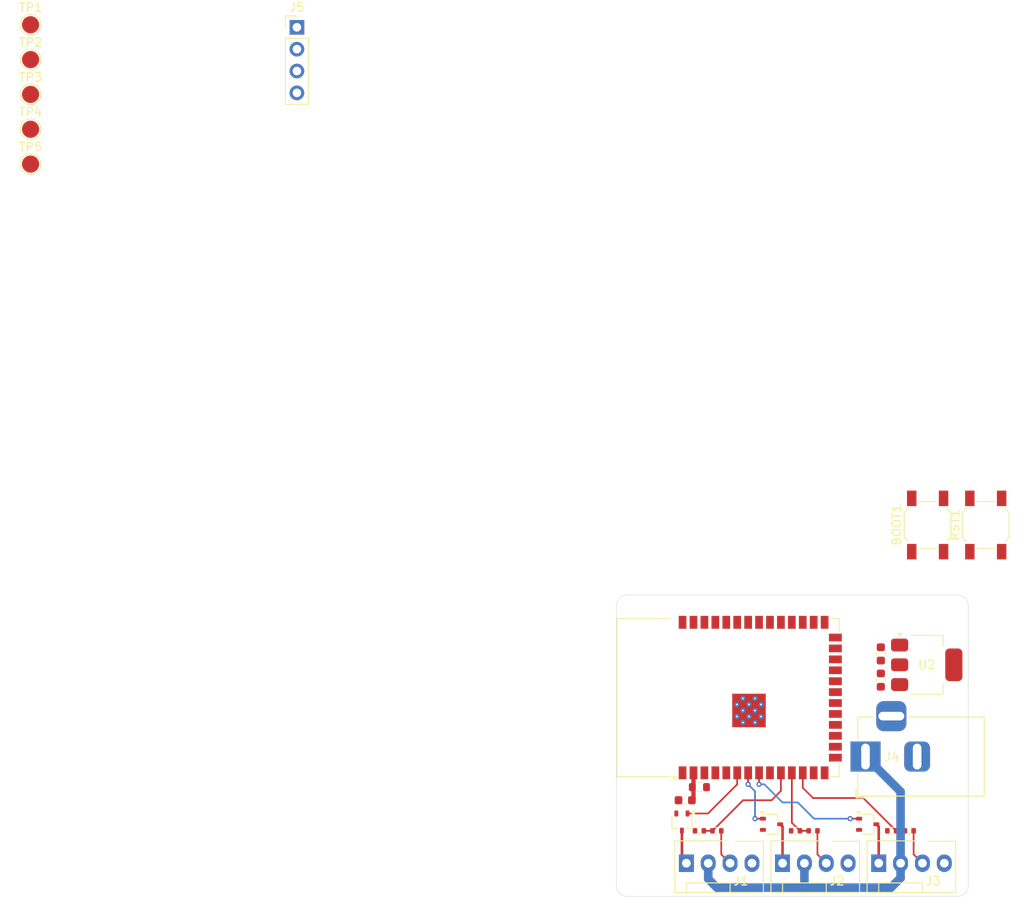
<source format=kicad_pcb>
(kicad_pcb (version 20240108) (generator "pcbnew") (generator_version "8.0")
  (layers (0 "F.Cu" signal) (31 "B.Cu" signal) (34 "B.Paste" user) (35 "F.Paste" user) (36 "B.SilkS" user "B.Silkscreen") (37 "F.SilkS" user "F.Silkscreen") (38 "B.Mask" user) (39 "F.Mask" user) (44 "Edge.Cuts" user))
  (net 0 "")
  (net 1 "fan1_PWM")
  (net 2 "GND")
  (net 3 "fan1_tach")
  (net 4 "fan2_PWM")
  (net 5 "fan2_tach")
  (net 6 "fan3_tach")
  (net 7 "fan3_PWM")
  (net 14 "Net-(U1-IO18)")
  (net 17 "Net-(U1-IO17)")
  (net 19 "Net-(U1-EN)")
  (net 20 "TX")
  (net 24 "Net-(U1-IO0)")
  (net 33 "fan3_tach_scaled")
  (net 34 "RX")
  (net 35 "Net-(U1-IO1)")
  (net 37 "+3V3")
  (net 38 "+12V")
  (net 39 "Net-(J1-Pin_1)")
  (net 40 "Net-(J2-Pin_1)")
  (net 41 "Net-(J3-Pin_1)")
  (net 42 "fan1_CTRL")
  (net 43 "fan2_CTRL")
  (net 44 "fan3_CTRL")
  (net 45 "Net-(U1-IO2)")
  (net 46 "Net-(U1-IO3)")
  (net 47 "Net-(U1-IO4)")
  (net 48 "Net-(U1-IO5)")
  (footprint "Package_TO_SOT_SMD:SOT-323_SC-70" (layer "F.Cu") (at 105.41 77.47)
    (property "Reference" "Q3" (hide yes))
    (property "Value" "Q_NMOS_GSD")
    (fp_line (start -0.68 -1.16) (end 0.73 -1.16) (stroke (width 0.12)) (layer "F.SilkS"))
    (fp_line (start -0.68 1.16) (end 0.73 1.16) (stroke (width 0.12)) (layer "F.SilkS"))
    (fp_line (start 0.73 -1.16) (end 0.73 -0.5) (stroke (width 0.12)) (layer "F.SilkS"))
    (fp_line (start 0.73 0.5) (end 0.73 1.16) (stroke (width 0.12)) (layer "F.SilkS"))
    (fp_poly (pts (xy -1.05 -1.14) (xy -1.29 -1.47) (xy -0.81 -1.47) (xy -1.05 -1.14)) (stroke (width 0.12)) (fill solid) (layer "F.SilkS"))
    (pad "1" smd roundrect (at -1 -0.65 270) (size 0.45 0.7) (layers "F.Cu" "F.Paste" "F.Mask") (net 44 "fan3_CTRL"))
    (pad "2" smd roundrect (at -1 0.65 270) (size 0.45 0.7) (layers "F.Cu" "F.Paste" "F.Mask") (net 2 "GND"))
    (pad "3" smd roundrect (at 1 0 270) (size 0.45 0.7) (layers "F.Cu" "F.Paste" "F.Mask") (net 41 "Net-(J3-Pin_1)"))
  )
  (footprint "TestPoint:TestPoint_Pad_D2.0mm" (layer "F.Cu") (at 8.128 -7.394)
    (property "Reference" "TP3" (at 0 -1.998 0) (layer "F.SilkS"))
    (property "Value" "TestPoint")
    (fp_circle (center 0 0) (end 0 1.2) (stroke (width 0.12)) (fill none) (layer "F.SilkS"))
    (pad "1" smd circle (at 0 0) (size 2 2) (layers "F.Cu" "F.Mask") (net 46 "Net-(U1-IO3)"))
  )
  (footprint "Resistor_SMD:R_0402_1005Metric" (layer "F.Cu") (at 99.06 78.232)
    (property "Reference" "R2" (hide yes))
    (property "Value" "10k")
    (fp_line (start -0.153641 -0.38) (end 0.153641 -0.38) (stroke (width 0.12)) (layer "F.SilkS"))
    (fp_line (start -0.153641 0.38) (end 0.153641 0.38) (stroke (width 0.12)) (layer "F.SilkS"))
    (pad "1" smd roundrect (at -0.51 0) (size 0.54 0.64) (layers "F.Cu" "F.Paste" "F.Mask") (net 14 "Net-(U1-IO18)"))
    (pad "2" smd roundrect (at 0.51 0) (size 0.54 0.64) (layers "F.Cu" "F.Paste" "F.Mask") (net 5 "fan2_tach"))
  )
  (footprint "Package_TO_SOT_SMD:SOT-323_SC-70" (layer "F.Cu") (at 83.82 77.216 -90)
    (property "Reference" "Q1" (hide yes))
    (property "Value" "Q_NMOS_GSD")
    (fp_line (start -0.68 1.16) (end 0.73 1.16) (stroke (width 0.12)) (layer "F.SilkS"))
    (fp_line (start 0.73 0.5) (end 0.73 1.16) (stroke (width 0.12)) (layer "F.SilkS"))
    (fp_line (start -0.68 -1.16) (end 0.73 -1.16) (stroke (width 0.12)) (layer "F.SilkS"))
    (fp_line (start 0.73 -1.16) (end 0.73 -0.5) (stroke (width 0.12)) (layer "F.SilkS"))
    (fp_poly (pts (xy -1.05 -1.14) (xy -1.29 -1.47) (xy -0.81 -1.47) (xy -1.05 -1.14)) (stroke (width 0.12)) (fill solid) (layer "F.SilkS"))
    (pad "1" smd roundrect (at -1 -0.65 180) (size 0.45 0.7) (layers "F.Cu" "F.Paste" "F.Mask") (net 42 "fan1_CTRL"))
    (pad "2" smd roundrect (at -1 0.65 180) (size 0.45 0.7) (layers "F.Cu" "F.Paste" "F.Mask") (net 2 "GND"))
    (pad "3" smd roundrect (at 1 0 180) (size 0.45 0.7) (layers "F.Cu" "F.Paste" "F.Mask") (net 39 "Net-(J1-Pin_1)"))
  )
  (footprint "Resistor_SMD:R_0402_1005Metric" (layer "F.Cu") (at 85.852 78.232)
    (property "Reference" "R5" (hide yes))
    (property "Value" "3k3")
    (fp_line (start -0.153641 -0.38) (end 0.153641 -0.38) (stroke (width 0.12)) (layer "F.SilkS"))
    (fp_line (start -0.153641 0.38) (end 0.153641 0.38) (stroke (width 0.12)) (layer "F.SilkS"))
    (pad "1" smd roundrect (at -0.51 0) (size 0.54 0.64) (layers "F.Cu" "F.Paste" "F.Mask") (net 2 "GND"))
    (pad "2" smd roundrect (at 0.51 0) (size 0.54 0.64) (layers "F.Cu" "F.Paste" "F.Mask") (net 17 "Net-(U1-IO17)"))
  )
  (footprint "Button_Switch_SMD:SW_SPST_SKQG_WithStem" (layer "F.Cu") (at 119.126 42.672 90)
    (property "Reference" "RST1" (at 0 -3.6 90) (layer "F.SilkS"))
    (property "Value" "SW_Push")
    (fp_line (start 1.45 -2.72) (end 1.94 -2.23) (stroke (width 0.12)) (layer "F.SilkS"))
    (fp_line (start -1.45 -2.72) (end 1.45 -2.72) (stroke (width 0.12)) (layer "F.SilkS"))
    (fp_line (start -1.45 -2.72) (end -1.94 -2.23) (stroke (width 0.12)) (layer "F.SilkS"))
    (fp_line (start 2.72 1.04) (end 2.72 -1.04) (stroke (width 0.12)) (layer "F.SilkS"))
    (fp_line (start -2.72 1.04) (end -2.72 -1.04) (stroke (width 0.12)) (layer "F.SilkS"))
    (fp_line (start 1.45 2.72) (end 1.94 2.23) (stroke (width 0.12)) (layer "F.SilkS"))
    (fp_line (start -1.45 2.72) (end -1.94 2.23) (stroke (width 0.12)) (layer "F.SilkS"))
    (fp_line (start -1.45 2.72) (end 1.45 2.72) (stroke (width 0.12)) (layer "F.SilkS"))
    (pad "1" smd rect (at -3.1 -1.85 90) (size 1.8 1.1) (layers "F.Cu" "F.Paste" "F.Mask") (net 2 "GND"))
    (pad "1" smd rect (at 3.1 -1.85 90) (size 1.8 1.1) (layers "F.Cu" "F.Paste" "F.Mask") (net 2 "GND"))
    (pad "2" smd rect (at -3.1 1.85 90) (size 1.8 1.1) (layers "F.Cu" "F.Paste" "F.Mask") (net 19 "Net-(U1-EN)"))
    (pad "2" smd rect (at 3.1 1.85 90) (size 1.8 1.1) (layers "F.Cu" "F.Paste" "F.Mask") (net 19 "Net-(U1-EN)"))
  )
  (footprint "TestPoint:TestPoint_Pad_D2.0mm" (layer "F.Cu") (at 8.128 0.706)
    (property "Reference" "TP5" (at 0 -1.998 0) (layer "F.SilkS"))
    (property "Value" "TestPoint")
    (fp_circle (center 0 0) (end 0 1.2) (stroke (width 0.12)) (fill none) (layer "F.SilkS"))
    (pad "1" smd circle (at 0 0) (size 2 2) (layers "F.Cu" "F.Mask") (net 48 "Net-(U1-IO5)"))
  )
  (footprint "Capacitor_SMD:C_0603_1608Metric" (layer "F.Cu") (at 106.934 57.658 90)
    (property "Reference" "C2" (hide yes))
    (property "Value" "10u")
    (fp_line (start -0.14058 -0.51) (end 0.14058 -0.51) (stroke (width 0.12)) (layer "F.SilkS"))
    (fp_line (start -0.14058 0.51) (end 0.14058 0.51) (stroke (width 0.12)) (layer "F.SilkS"))
    (pad "1" smd roundrect (at -0.775 0 90) (size 0.9 0.95) (layers "F.Cu" "F.Paste" "F.Mask") (net 37 "+3V3"))
    (pad "2" smd roundrect (at 0.775 0 90) (size 0.9 0.95) (layers "F.Cu" "F.Paste" "F.Mask") (net 2 "GND"))
  )
  (footprint "Button_Switch_SMD:SW_SPST_SKQG_WithStem" (layer "F.Cu") (at 112.376 42.672 90)
    (property "Reference" "BOOT1" (at 0 -3.6 90) (layer "F.SilkS"))
    (property "Value" "SW_Push")
    (fp_line (start 1.45 -2.72) (end 1.94 -2.23) (stroke (width 0.12)) (layer "F.SilkS"))
    (fp_line (start -1.45 -2.72) (end 1.45 -2.72) (stroke (width 0.12)) (layer "F.SilkS"))
    (fp_line (start -1.45 -2.72) (end -1.94 -2.23) (stroke (width 0.12)) (layer "F.SilkS"))
    (fp_line (start 2.72 1.04) (end 2.72 -1.04) (stroke (width 0.12)) (layer "F.SilkS"))
    (fp_line (start -2.72 1.04) (end -2.72 -1.04) (stroke (width 0.12)) (layer "F.SilkS"))
    (fp_line (start 1.45 2.72) (end 1.94 2.23) (stroke (width 0.12)) (layer "F.SilkS"))
    (fp_line (start -1.45 2.72) (end -1.94 2.23) (stroke (width 0.12)) (layer "F.SilkS"))
    (fp_line (start -1.45 2.72) (end 1.45 2.72) (stroke (width 0.12)) (layer "F.SilkS"))
    (pad "1" smd rect (at -3.1 -1.85 90) (size 1.8 1.1) (layers "F.Cu" "F.Paste" "F.Mask") (net 2 "GND"))
    (pad "1" smd rect (at 3.1 -1.85 90) (size 1.8 1.1) (layers "F.Cu" "F.Paste" "F.Mask") (net 2 "GND"))
    (pad "2" smd rect (at -3.1 1.85 90) (size 1.8 1.1) (layers "F.Cu" "F.Paste" "F.Mask") (net 24 "Net-(U1-IO0)"))
    (pad "2" smd rect (at 3.1 1.85 90) (size 1.8 1.1) (layers "F.Cu" "F.Paste" "F.Mask") (net 24 "Net-(U1-IO0)"))
  )
  (footprint "Resistor_SMD:R_0402_1005Metric" (layer "F.Cu") (at 108.204 78.232)
    (property "Reference" "R7" (hide yes))
    (property "Value" "3k3")
    (fp_line (start -0.153641 -0.38) (end 0.153641 -0.38) (stroke (width 0.12)) (layer "F.SilkS"))
    (fp_line (start -0.153641 0.38) (end 0.153641 0.38) (stroke (width 0.12)) (layer "F.SilkS"))
    (pad "1" smd roundrect (at -0.51 0) (size 0.54 0.64) (layers "F.Cu" "F.Paste" "F.Mask") (net 2 "GND"))
    (pad "2" smd roundrect (at 0.51 0) (size 0.54 0.64) (layers "F.Cu" "F.Paste" "F.Mask") (net 33 "fan3_tach_scaled"))
  )
  (footprint "Resistor_SMD:R_0402_1005Metric" (layer "F.Cu") (at 97.028 78.232)
    (property "Reference" "R3" (hide yes))
    (property "Value" "3k3")
    (fp_line (start -0.153641 -0.38) (end 0.153641 -0.38) (stroke (width 0.12)) (layer "F.SilkS"))
    (fp_line (start -0.153641 0.38) (end 0.153641 0.38) (stroke (width 0.12)) (layer "F.SilkS"))
    (pad "1" smd roundrect (at -0.51 0) (size 0.54 0.64) (layers "F.Cu" "F.Paste" "F.Mask") (net 2 "GND"))
    (pad "2" smd roundrect (at 0.51 0) (size 0.54 0.64) (layers "F.Cu" "F.Paste" "F.Mask") (net 14 "Net-(U1-IO18)"))
  )
  (footprint "TestPoint:TestPoint_Pad_D2.0mm" (layer "F.Cu") (at 8.128 -11.444)
    (property "Reference" "TP2" (at 0 -1.998 0) (layer "F.SilkS"))
    (property "Value" "TestPoint")
    (fp_circle (center 0 0) (end 0 1.2) (stroke (width 0.12)) (fill none) (layer "F.SilkS"))
    (pad "1" smd circle (at 0 0) (size 2 2) (layers "F.Cu" "F.Mask") (net 45 "Net-(U1-IO2)"))
  )
  (footprint "TestPoint:TestPoint_Pad_D2.0mm" (layer "F.Cu") (at 8.128 -15.494)
    (property "Reference" "TP1" (at 0 -1.998 0) (layer "F.SilkS"))
    (property "Value" "TestPoint")
    (fp_circle (center 0 0) (end 0 1.2) (stroke (width 0.12)) (fill none) (layer "F.SilkS"))
    (pad "1" smd circle (at 0 0) (size 2 2) (layers "F.Cu" "F.Mask") (net 35 "Net-(U1-IO1)"))
  )
  (footprint "Capacitor_SMD:C_0603_1608Metric" (layer "F.Cu") (at 106.934 60.706 90)
    (property "Reference" "C1" (hide yes))
    (property "Value" "10u")
    (fp_line (start -0.14058 -0.51) (end 0.14058 -0.51) (stroke (width 0.12)) (layer "F.SilkS"))
    (fp_line (start -0.14058 0.51) (end 0.14058 0.51) (stroke (width 0.12)) (layer "F.SilkS"))
    (pad "1" smd roundrect (at -0.775 0 90) (size 0.9 0.95) (layers "F.Cu" "F.Paste" "F.Mask") (net 38 "+12V"))
    (pad "2" smd roundrect (at 0.775 0 90) (size 0.9 0.95) (layers "F.Cu" "F.Paste" "F.Mask") (net 2 "GND"))
  )
  (footprint "Resistor_SMD:R_0603_1608Metric" (layer "F.Cu") (at 85.852 73.152 180)
    (property "Reference" "R1" (hide yes))
    (property "Value" "10k")
    (fp_line (start -0.237258 0.5225) (end 0.237258 0.5225) (stroke (width 0.12)) (layer "F.SilkS"))
    (fp_line (start -0.237258 -0.5225) (end 0.237258 -0.5225) (stroke (width 0.12)) (layer "F.SilkS"))
    (pad "1" smd roundrect (at -0.825 0 180) (size 0.8 0.95) (layers "F.Cu" "F.Paste" "F.Mask") (net 19 "Net-(U1-EN)"))
    (pad "2" smd roundrect (at 0.825 0 180) (size 0.8 0.95) (layers "F.Cu" "F.Paste" "F.Mask") (net 37 "+3V3"))
  )
  (footprint "Connector:FanPinHeader_1x04_P2.54mm_Vertical" (layer "F.Cu") (at 106.69 81.996)
    (property "Reference" "J3" (at 6.34 2.078 0) (layer "F.SilkS"))
    (property "Value" "Conn_01x04_Pin")
    (fp_line (start -1.35 -2.6) (end 4.4 -2.6) (stroke (width 0.12)) (layer "F.SilkS"))
    (fp_line (start -1.35 3.4) (end -1.35 -2.6) (stroke (width 0.12)) (layer "F.SilkS"))
    (fp_line (start 0 2.29) (end 5.08 2.29) (stroke (width 0.12)) (layer "F.SilkS"))
    (fp_line (start 0 3.3) (end 0 2.29) (stroke (width 0.12)) (layer "F.SilkS"))
    (fp_line (start 5.08 2.29) (end 5.08 3.3) (stroke (width 0.12)) (layer "F.SilkS"))
    (fp_line (start 5.75 -2.55) (end 8.95 -2.55) (stroke (width 0.12)) (layer "F.SilkS"))
    (fp_line (start 8.95 -2.55) (end 8.95 3.4) (stroke (width 0.12)) (layer "F.SilkS"))
    (fp_line (start 8.95 3.4) (end -1.35 3.4) (stroke (width 0.12)) (layer "F.SilkS"))
    (pad "" np_thru_hole circle (at 5.08 -2.16 90) (size 1.1 1.1) (drill 1.1) (layers "*.Cu" "*.Mask"))
    (pad "1" thru_hole rect (at 0 0 90) (size 2.03 1.73) (drill 1.02) (layers "*.Cu" "*.Mask") (net 41 "Net-(J3-Pin_1)"))
    (pad "2" thru_hole oval (at 2.54 0 90) (size 2.03 1.73) (drill 1.02) (layers "*.Cu" "*.Mask") (net 38 "+12V"))
    (pad "3" thru_hole oval (at 5.08 0 90) (size 2.03 1.73) (drill 1.02) (layers "*.Cu" "*.Mask") (net 6 "fan3_tach"))
    (pad "4" thru_hole oval (at 7.62 0 90) (size 2.03 1.73) (drill 1.02) (layers "*.Cu" "*.Mask") (net 7 "fan3_PWM"))
  )
  (footprint "Package_TO_SOT_SMD:SOT-223-3_TabPin2" (layer "F.Cu") (at 112.268 58.928)
    (property "Reference" "U2" (at 0 0 0) (layer "F.SilkS"))
    (property "Value" "AMS1117-3.3")
    (fp_line (start -1.85 -3.41) (end 1.91 -3.41) (stroke (width 0.12)) (layer "F.SilkS"))
    (fp_line (start -1.85 3.41) (end 1.91 3.41) (stroke (width 0.12)) (layer "F.SilkS"))
    (fp_line (start 1.91 -3.41) (end 1.91 -2.15) (stroke (width 0.12)) (layer "F.SilkS"))
    (fp_line (start 1.91 3.41) (end 1.91 2.15) (stroke (width 0.12)) (layer "F.SilkS"))
    (fp_poly (pts (xy -3.13 -3.31) (xy -3.37 -3.64) (xy -2.89 -3.64) (xy -3.13 -3.31)) (stroke (width 0.12)) (fill solid) (layer "F.SilkS"))
    (pad "1" smd roundrect (at -3.15 -2.3) (size 2 1.5) (layers "F.Cu" "F.Paste" "F.Mask") (net 2 "GND"))
    (pad "2" smd roundrect (at -3.15 0) (size 2 1.5) (layers "F.Cu" "F.Paste" "F.Mask") (net 37 "+3V3"))
    (pad "2" smd roundrect (at 3.15 0) (size 2 3.8) (layers "F.Cu" "F.Paste" "F.Mask") (net 37 "+3V3"))
    (pad "3" smd roundrect (at -3.15 2.3) (size 2 1.5) (layers "F.Cu" "F.Paste" "F.Mask") (net 38 "+12V"))
  )
  (footprint "Resistor_SMD:R_0402_1005Metric" (layer "F.Cu") (at 87.884 78.232)
    (property "Reference" "R4" (hide yes))
    (property "Value" "10k")
    (fp_line (start -0.153641 -0.38) (end 0.153641 -0.38) (stroke (width 0.12)) (layer "F.SilkS"))
    (fp_line (start -0.153641 0.38) (end 0.153641 0.38) (stroke (width 0.12)) (layer "F.SilkS"))
    (pad "1" smd roundrect (at -0.51 0) (size 0.54 0.64) (layers "F.Cu" "F.Paste" "F.Mask") (net 17 "Net-(U1-IO17)"))
    (pad "2" smd roundrect (at 0.51 0) (size 0.54 0.64) (layers "F.Cu" "F.Paste" "F.Mask") (net 3 "fan1_tach"))
  )
  (footprint "RF_Module:ESP32-S3-WROOM-1" (layer "F.Cu") (at 89.154 62.738 90)
    (property "Reference" "U1" (hide yes))
    (property "Value" "ESP32-S3-WROOM-1")
    (fp_line (start 9.2 -12.9) (end 9.2 -6.7) (stroke (width 0.12)) (layer "F.SilkS"))
    (fp_line (start -9.2 -12.9) (end 9.2 -12.9) (stroke (width 0.12)) (layer "F.SilkS"))
    (fp_line (start -9.2 -12.9) (end -9.2 -6.7) (stroke (width 0.12)) (layer "F.SilkS"))
    (fp_line (start -9.2 11.95) (end -9.2 12.95) (stroke (width 0.12)) (layer "F.SilkS"))
    (fp_line (start 9.2 12.95) (end 9.2 11.95) (stroke (width 0.12)) (layer "F.SilkS"))
    (fp_line (start 9.2 12.95) (end 7.7 12.95) (stroke (width 0.12)) (layer "F.SilkS"))
    (fp_line (start -9.2 12.95) (end -7.7 12.95) (stroke (width 0.12)) (layer "F.SilkS"))
    (fp_poly (pts (xy -9.2 -6.025) (xy -9.7 -6.025) (xy -9.2 -6.525) (xy -9.2 -6.025)) (stroke (width 0.12)) (fill solid) (layer "F.SilkS"))
    (pad "1" smd rect (at -8.75 -5.26 90) (size 1.5 0.9) (layers "F.Cu" "F.Paste" "F.Mask") (net 2 "GND"))
    (pad "2" smd rect (at -8.75 -3.99 90) (size 1.5 0.9) (layers "F.Cu" "F.Paste" "F.Mask") (net 37 "+3V3"))
    (pad "3" smd rect (at -8.75 -2.72 90) (size 1.5 0.9) (layers "F.Cu" "F.Paste" "F.Mask") (net 19 "Net-(U1-EN)"))
    (pad "4" smd rect (at -8.75 -1.45 90) (size 1.5 0.9) (layers "F.Cu" "F.Paste" "F.Mask") (net 47 "Net-(U1-IO4)"))
    (pad "5" smd rect (at -8.75 -0.18 90) (size 1.5 0.9) (layers "F.Cu" "F.Paste" "F.Mask") (net 48 "Net-(U1-IO5)"))
    (pad "6" smd rect (at -8.75 1.09 90) (size 1.5 0.9) (layers "F.Cu" "F.Paste" "F.Mask") (net 42 "fan1_CTRL"))
    (pad "7" smd rect (at -8.75 2.36 90) (size 1.5 0.9) (layers "F.Cu" "F.Paste" "F.Mask") (net 43 "fan2_CTRL"))
    (pad "8" smd rect (at -8.75 3.63 90) (size 1.5 0.9) (layers "F.Cu" "F.Paste" "F.Mask") (net 44 "fan3_CTRL"))
    (pad "9" smd rect (at -8.75 4.9 90) (size 1.5 0.9) (layers "F.Cu" "F.Paste" "F.Mask"))
    (pad "10" smd rect (at -8.75 6.17 90) (size 1.5 0.9) (layers "F.Cu" "F.Paste" "F.Mask") (net 17 "Net-(U1-IO17)"))
    (pad "11" smd rect (at -8.75 7.44 90) (size 1.5 0.9) (layers "F.Cu" "F.Paste" "F.Mask") (net 14 "Net-(U1-IO18)"))
    (pad "12" smd rect (at -8.75 8.71 90) (size 1.5 0.9) (layers "F.Cu" "F.Paste" "F.Mask") (net 33 "fan3_tach_scaled"))
    (pad "13" smd rect (at -8.75 9.98 90) (size 1.5 0.9) (layers "F.Cu" "F.Paste" "F.Mask"))
    (pad "14" smd rect (at -8.75 11.25 270) (size 1.5 0.9) (layers "F.Cu" "F.Paste" "F.Mask"))
    (pad "15" smd rect (at -6.985 12.5) (size 1.5 0.9) (layers "F.Cu" "F.Paste" "F.Mask") (net 46 "Net-(U1-IO3)"))
    (pad "16" smd rect (at -5.715 12.5) (size 1.5 0.9) (layers "F.Cu" "F.Paste" "F.Mask"))
    (pad "17" smd rect (at -4.445 12.5) (size 1.5 0.9) (layers "F.Cu" "F.Paste" "F.Mask"))
    (pad "18" smd rect (at -3.175 12.5) (size 1.5 0.9) (layers "F.Cu" "F.Paste" "F.Mask"))
    (pad "19" smd rect (at -1.905 12.5) (size 1.5 0.9) (layers "F.Cu" "F.Paste" "F.Mask"))
    (pad "20" smd rect (at -0.635 12.5) (size 1.5 0.9) (layers "F.Cu" "F.Paste" "F.Mask"))
    (pad "21" smd rect (at 0.635 12.5) (size 1.5 0.9) (layers "F.Cu" "F.Paste" "F.Mask"))
    (pad "22" smd rect (at 1.905 12.5) (size 1.5 0.9) (layers "F.Cu" "F.Paste" "F.Mask"))
    (pad "23" smd rect (at 3.175 12.5) (size 1.5 0.9) (layers "F.Cu" "F.Paste" "F.Mask"))
    (pad "24" smd rect (at 4.445 12.5) (size 1.5 0.9) (layers "F.Cu" "F.Paste" "F.Mask"))
    (pad "25" smd rect (at 5.715 12.5) (size 1.5 0.9) (layers "F.Cu" "F.Paste" "F.Mask"))
    (pad "26" smd rect (at 6.985 12.5) (size 1.5 0.9) (layers "F.Cu" "F.Paste" "F.Mask"))
    (pad "27" smd rect (at 8.75 11.25 90) (size 1.5 0.9) (layers "F.Cu" "F.Paste" "F.Mask") (net 24 "Net-(U1-IO0)"))
    (pad "28" smd rect (at 8.75 9.98 90) (size 1.5 0.9) (layers "F.Cu" "F.Paste" "F.Mask"))
    (pad "29" smd rect (at 8.75 8.71 90) (size 1.5 0.9) (layers "F.Cu" "F.Paste" "F.Mask"))
    (pad "30" smd rect (at 8.75 7.44 90) (size 1.5 0.9) (layers "F.Cu" "F.Paste" "F.Mask"))
    (pad "31" smd rect (at 8.75 6.17 90) (size 1.5 0.9) (layers "F.Cu" "F.Paste" "F.Mask"))
    (pad "32" smd rect (at 8.75 4.9 90) (size 1.5 0.9) (layers "F.Cu" "F.Paste" "F.Mask"))
    (pad "33" smd rect (at 8.75 3.63 90) (size 1.5 0.9) (layers "F.Cu" "F.Paste" "F.Mask"))
    (pad "34" smd rect (at 8.75 2.36 90) (size 1.5 0.9) (layers "F.Cu" "F.Paste" "F.Mask"))
    (pad "35" smd rect (at 8.75 1.09 90) (size 1.5 0.9) (layers "F.Cu" "F.Paste" "F.Mask"))
    (pad "36" smd rect (at 8.75 -0.18 90) (size 1.5 0.9) (layers "F.Cu" "F.Paste" "F.Mask") (net 34 "RX"))
    (pad "37" smd rect (at 8.75 -1.45 90) (size 1.5 0.9) (layers "F.Cu" "F.Paste" "F.Mask") (net 20 "TX"))
    (pad "38" smd rect (at 8.75 -2.72 90) (size 1.5 0.9) (layers "F.Cu" "F.Paste" "F.Mask") (net 45 "Net-(U1-IO2)"))
    (pad "39" smd rect (at 8.75 -3.99 90) (size 1.5 0.9) (layers "F.Cu" "F.Paste" "F.Mask") (net 35 "Net-(U1-IO1)"))
    (pad "40" smd rect (at 8.75 -5.26 90) (size 1.5 0.9) (layers "F.Cu" "F.Paste" "F.Mask") (net 2 "GND"))
    (pad "41" thru_hole circle (at -2.9 1.76 180) (size 0.6 0.6) (drill 0.2) (property pad_prop_heatsink) (layers "*.Cu" "F.Mask") (net 2 "GND"))
    (pad "41" thru_hole circle (at -2.9 3.16 90) (size 0.6 0.6) (drill 0.2) (property pad_prop_heatsink) (layers "*.Cu" "F.Mask") (net 2 "GND"))
    (pad "41" thru_hole circle (at -2.2 1.06 90) (size 0.6 0.6) (drill 0.2) (property pad_prop_heatsink) (layers "*.Cu" "F.Mask") (net 2 "GND"))
    (pad "41" thru_hole circle (at -2.2 2.46 90) (size 0.6 0.6) (drill 0.2) (property pad_prop_heatsink) (layers "*.Cu" "F.Mask") (net 2 "GND"))
    (pad "41" thru_hole circle (at -2.2 3.86 90) (size 0.6 0.6) (drill 0.2) (property pad_prop_heatsink) (layers "*.Cu" "F.Mask") (net 2 "GND"))
    (pad "41" thru_hole circle (at -1.5 1.76 90) (size 0.6 0.6) (drill 0.2) (property pad_prop_heatsink) (layers "*.Cu" "F.Mask") (net 2 "GND"))
    (pad "41" smd rect (at -1.5 2.46) (size 3.9 3.9) (layers "F.Cu" "F.Mask") (net 2 "GND"))
    (pad "41" thru_hole circle (at -1.5 3.16 90) (size 0.6 0.6) (drill 0.2) (property pad_prop_heatsink) (layers "*.Cu" "F.Mask") (net 2 "GND"))
    (pad "41" thru_hole circle (at -0.8 1.06 90) (size 0.6 0.6) (drill 0.2) (property pad_prop_heatsink) (layers "*.Cu" "F.Mask") (net 2 "GND"))
    (pad "41" thru_hole circle (at -0.8 2.46 90) (size 0.6 0.6) (drill 0.2) (property pad_prop_heatsink) (layers "*.Cu" "F.Mask") (net 2 "GND"))
    (pad "41" thru_hole circle (at -0.8 3.86 90) (size 0.6 0.6) (drill 0.2) (property pad_prop_heatsink) (layers "*.Cu" "F.Mask") (net 2 "GND"))
    (pad "41" thru_hole circle (at -0.1 1.76 90) (size 0.6 0.6) (drill 0.2) (property pad_prop_heatsink) (layers "*.Cu" "F.Mask") (net 2 "GND"))
    (pad "41" thru_hole circle (at -0.1 3.16 90) (size 0.6 0.6) (drill 0.2) (property pad_prop_heatsink) (layers "*.Cu" "F.Mask") (net 2 "GND"))
  )
  (footprint "Connector:FanPinHeader_1x04_P2.54mm_Vertical" (layer "F.Cu") (at 84.338 81.996)
    (property "Reference" "J1" (at 6.34 2.078 0) (layer "F.SilkS"))
    (property "Value" "Conn_01x04_Pin")
    (fp_line (start -1.35 -2.6) (end 4.4 -2.6) (stroke (width 0.12)) (layer "F.SilkS"))
    (fp_line (start -1.35 3.4) (end -1.35 -2.6) (stroke (width 0.12)) (layer "F.SilkS"))
    (fp_line (start 0 2.29) (end 5.08 2.29) (stroke (width 0.12)) (layer "F.SilkS"))
    (fp_line (start 0 3.3) (end 0 2.29) (stroke (width 0.12)) (layer "F.SilkS"))
    (fp_line (start 5.08 2.29) (end 5.08 3.3) (stroke (width 0.12)) (layer "F.SilkS"))
    (fp_line (start 5.75 -2.55) (end 8.95 -2.55) (stroke (width 0.12)) (layer "F.SilkS"))
    (fp_line (start 8.95 -2.55) (end 8.95 3.4) (stroke (width 0.12)) (layer "F.SilkS"))
    (fp_line (start 8.95 3.4) (end -1.35 3.4) (stroke (width 0.12)) (layer "F.SilkS"))
    (pad "" np_thru_hole circle (at 5.08 -2.16 90) (size 1.1 1.1) (drill 1.1) (layers "*.Cu" "*.Mask"))
    (pad "1" thru_hole rect (at 0 0 90) (size 2.03 1.73) (drill 1.02) (layers "*.Cu" "*.Mask") (net 39 "Net-(J1-Pin_1)"))
    (pad "2" thru_hole oval (at 2.54 0 90) (size 2.03 1.73) (drill 1.02) (layers "*.Cu" "*.Mask") (net 38 "+12V"))
    (pad "3" thru_hole oval (at 5.08 0 90) (size 2.03 1.73) (drill 1.02) (layers "*.Cu" "*.Mask") (net 3 "fan1_tach"))
    (pad "4" thru_hole oval (at 7.62 0 90) (size 2.03 1.73) (drill 1.02) (layers "*.Cu" "*.Mask") (net 1 "fan1_PWM"))
  )
  (footprint "Connector_BarrelJack:BarrelJack_Horizontal" (layer "F.Cu") (at 105.156 69.596 180)
    (property "Reference" "J4" (at -3.088 -0.033 360) (layer "F.SilkS"))
    (property "Value" "12v")
    (fp_line (start 1.1 -3.75) (end 1.1 -4.8) (stroke (width 0.12)) (layer "F.SilkS"))
    (fp_line (start 0.9 4.6) (end -1 4.6) (stroke (width 0.12)) (layer "F.SilkS"))
    (fp_line (start 0.9 1.9) (end 0.9 4.6) (stroke (width 0.12)) (layer "F.SilkS"))
    (fp_line (start 0.9 -4.6) (end 0.9 -2) (stroke (width 0.12)) (layer "F.SilkS"))
    (fp_line (start 0.05 -4.8) (end 1.1 -4.8) (stroke (width 0.12)) (layer "F.SilkS"))
    (fp_line (start -5 4.6) (end -13.8 4.6) (stroke (width 0.12)) (layer "F.SilkS"))
    (fp_line (start -13.8 4.6) (end -13.8 -4.6) (stroke (width 0.12)) (layer "F.SilkS"))
    (fp_line (start -13.8 -4.6) (end 0.9 -4.6) (stroke (width 0.12)) (layer "F.SilkS"))
    (pad "1" thru_hole rect (at 0 0 180) (size 3.5 3.5) (drill oval 1 3) (layers "*.Cu" "*.Mask") (net 38 "+12V"))
    (pad "2" thru_hole roundrect (at -6 0 180) (size 3 3.5) (drill oval 1 3) (layers "*.Cu" "*.Mask") (net 2 "GND"))
    (pad "3" thru_hole roundrect (at -3 4.7 180) (size 3.5 3.5) (drill oval 3 1) (layers "*.Cu" "*.Mask"))
  )
  (footprint "Capacitor_SMD:C_0603_1608Metric" (layer "F.Cu") (at 84.201 74.676 180)
    (property "Reference" "C3" (hide yes))
    (property "Value" "10u")
    (fp_line (start -0.14058 0.51) (end 0.14058 0.51) (stroke (width 0.12)) (layer "F.SilkS"))
    (fp_line (start -0.14058 -0.51) (end 0.14058 -0.51) (stroke (width 0.12)) (layer "F.SilkS"))
    (pad "1" smd roundrect (at -0.775 0 180) (size 0.9 0.95) (layers "F.Cu" "F.Paste" "F.Mask") (net 37 "+3V3"))
    (pad "2" smd roundrect (at 0.775 0 180) (size 0.9 0.95) (layers "F.Cu" "F.Paste" "F.Mask") (net 2 "GND"))
  )
  (footprint "Connector_PinHeader_2.54mm:PinHeader_1x04_P2.54mm_Vertical" (layer "F.Cu") (at 39.078 -15.194)
    (property "Reference" "J5" (at 0 -2.33 0) (layer "F.SilkS"))
    (property "Value" "Conn_01x04_Pin")
    (fp_line (start -1.33 -1.33) (end 0 -1.33) (stroke (width 0.12)) (layer "F.SilkS"))
    (fp_line (start -1.33 0) (end -1.33 -1.33) (stroke (width 0.12)) (layer "F.SilkS"))
    (fp_line (start -1.33 1.27) (end -1.33 8.95) (stroke (width 0.12)) (layer "F.SilkS"))
    (fp_line (start -1.33 1.27) (end 1.33 1.27) (stroke (width 0.12)) (layer "F.SilkS"))
    (fp_line (start -1.33 8.95) (end 1.33 8.95) (stroke (width 0.12)) (layer "F.SilkS"))
    (fp_line (start 1.33 1.27) (end 1.33 8.95) (stroke (width 0.12)) (layer "F.SilkS"))
    (pad "1" thru_hole rect (at 0 0) (size 1.7 1.7) (drill 1) (layers "*.Cu" "*.Mask") (net 37 "+3V3"))
    (pad "2" thru_hole oval (at 0 2.54) (size 1.7 1.7) (drill 1) (layers "*.Cu" "*.Mask") (net 20 "TX"))
    (pad "3" thru_hole oval (at 0 5.08) (size 1.7 1.7) (drill 1) (layers "*.Cu" "*.Mask") (net 34 "RX"))
    (pad "4" thru_hole oval (at 0 7.62) (size 1.7 1.7) (drill 1) (layers "*.Cu" "*.Mask") (net 2 "GND"))
  )
  (footprint "Resistor_SMD:R_0402_1005Metric" (layer "F.Cu") (at 110.236 78.232)
    (property "Reference" "R6" (hide yes))
    (property "Value" "10k")
    (fp_line (start -0.153641 -0.38) (end 0.153641 -0.38) (stroke (width 0.12)) (layer "F.SilkS"))
    (fp_line (start -0.153641 0.38) (end 0.153641 0.38) (stroke (width 0.12)) (layer "F.SilkS"))
    (pad "1" smd roundrect (at -0.51 0) (size 0.54 0.64) (layers "F.Cu" "F.Paste" "F.Mask") (net 33 "fan3_tach_scaled"))
    (pad "2" smd roundrect (at 0.51 0) (size 0.54 0.64) (layers "F.Cu" "F.Paste" "F.Mask") (net 6 "fan3_tach"))
  )
  (footprint "Connector:FanPinHeader_1x04_P2.54mm_Vertical" (layer "F.Cu") (at 95.514 81.996)
    (property "Reference" "J2" (at 6.34 2.078 0) (layer "F.SilkS"))
    (property "Value" "Conn_01x04_Pin")
    (fp_line (start -1.35 -2.6) (end 4.4 -2.6) (stroke (width 0.12)) (layer "F.SilkS"))
    (fp_line (start -1.35 3.4) (end -1.35 -2.6) (stroke (width 0.12)) (layer "F.SilkS"))
    (fp_line (start 0 2.29) (end 5.08 2.29) (stroke (width 0.12)) (layer "F.SilkS"))
    (fp_line (start 0 3.3) (end 0 2.29) (stroke (width 0.12)) (layer "F.SilkS"))
    (fp_line (start 5.08 2.29) (end 5.08 3.3) (stroke (width 0.12)) (layer "F.SilkS"))
    (fp_line (start 5.75 -2.55) (end 8.95 -2.55) (stroke (width 0.12)) (layer "F.SilkS"))
    (fp_line (start 8.95 -2.55) (end 8.95 3.4) (stroke (width 0.12)) (layer "F.SilkS"))
    (fp_line (start 8.95 3.4) (end -1.35 3.4) (stroke (width 0.12)) (layer "F.SilkS"))
    (pad "" np_thru_hole circle (at 5.08 -2.16 90) (size 1.1 1.1) (drill 1.1) (layers "*.Cu" "*.Mask"))
    (pad "1" thru_hole rect (at 0 0 90) (size 2.03 1.73) (drill 1.02) (layers "*.Cu" "*.Mask") (net 40 "Net-(J2-Pin_1)"))
    (pad "2" thru_hole oval (at 2.54 0 90) (size 2.03 1.73) (drill 1.02) (layers "*.Cu" "*.Mask") (net 38 "+12V"))
    (pad "3" thru_hole oval (at 5.08 0 90) (size 2.03 1.73) (drill 1.02) (layers "*.Cu" "*.Mask") (net 5 "fan2_tach"))
    (pad "4" thru_hole oval (at 7.62 0 90) (size 2.03 1.73) (drill 1.02) (layers "*.Cu" "*.Mask") (net 4 "fan2_PWM"))
  )
  (footprint "Package_TO_SOT_SMD:SOT-323_SC-70" (layer "F.Cu") (at 94.234 77.47)
    (property "Reference" "Q2" (hide yes))
    (property "Value" "Q_NMOS_GSD")
    (fp_line (start -0.68 -1.16) (end 0.73 -1.16) (stroke (width 0.12)) (layer "F.SilkS"))
    (fp_line (start -0.68 1.16) (end 0.73 1.16) (stroke (width 0.12)) (layer "F.SilkS"))
    (fp_line (start 0.73 -1.16) (end 0.73 -0.5) (stroke (width 0.12)) (layer "F.SilkS"))
    (fp_line (start 0.73 0.5) (end 0.73 1.16) (stroke (width 0.12)) (layer "F.SilkS"))
    (fp_poly (pts (xy -1.05 -1.14) (xy -1.29 -1.47) (xy -0.81 -1.47) (xy -1.05 -1.14)) (stroke (width 0.12)) (fill solid) (layer "F.SilkS"))
    (pad "1" smd roundrect (at -1 -0.65 270) (size 0.45 0.7) (layers "F.Cu" "F.Paste" "F.Mask") (net 43 "fan2_CTRL"))
    (pad "2" smd roundrect (at -1 0.65 270) (size 0.45 0.7) (layers "F.Cu" "F.Paste" "F.Mask") (net 2 "GND"))
    (pad "3" smd roundrect (at 1 0 270) (size 0.45 0.7) (layers "F.Cu" "F.Paste" "F.Mask") (net 40 "Net-(J2-Pin_1)"))
  )
  (footprint "TestPoint:TestPoint_Pad_D2.0mm" (layer "F.Cu") (at 8.128 -3.344)
    (property "Reference" "TP4" (at 0 -1.998 0) (layer "F.SilkS"))
    (property "Value" "TestPoint")
    (fp_circle (center 0 0) (end 0 1.2) (stroke (width 0.12)) (fill none) (layer "F.SilkS"))
    (pad "1" smd circle (at 0 0) (size 2 2) (layers "F.Cu" "F.Mask") (net 47 "Net-(U1-IO4)"))
  )
  (gr_arc (start 117.094 84.582) (mid 116.722026 85.480026) (end 115.824 85.852) (stroke (width 0.05)) (layer "Edge.Cuts"))
  (gr_arc (start 76.2 52.07) (mid 76.571974 51.171974) (end 77.47 50.8) (stroke (width 0.05)) (layer "Edge.Cuts"))
  (gr_line (start 77.47 85.852) (end 115.824 85.852) (stroke (width 0.05)) (layer "Edge.Cuts"))
  (gr_arc (start 77.47 85.852) (mid 76.571974 85.480026) (end 76.2 84.582) (stroke (width 0.05)) (layer "Edge.Cuts"))
  (gr_line (start 115.824 50.8) (end 77.47 50.8) (stroke (width 0.05)) (layer "Edge.Cuts"))
  (gr_line (start 117.094 84.582) (end 117.094 52.07) (stroke (width 0.05)) (layer "Edge.Cuts"))
  (gr_line (start 76.2 52.07) (end 76.2 84.582) (stroke (width 0.05)) (layer "Edge.Cuts"))
  (gr_arc (start 115.824 50.8) (mid 116.722026 51.171974) (end 117.094 52.07) (stroke (width 0.05)) (layer "Edge.Cuts"))
  (segment (start 88.394 80.972) (end 89.418 81.996) (width 0.2) (layer "F.Cu") (net 3))
  (segment (start 88.394 78.232) (end 88.394 80.972) (width 0.2) (layer "F.Cu") (net 3))
  (segment (start 99.57 80.972) (end 100.594 81.996) (width 0.2) (layer "F.Cu") (net 5))
  (segment (start 99.57 78.232) (end 99.57 80.972) (width 0.2) (layer "F.Cu") (net 5))
  (segment (start 110.746 80.972) (end 111.77 81.996) (width 0.2) (layer "F.Cu") (net 6))
  (segment (start 110.746 78.232) (end 110.746 80.972) (width 0.2) (layer "F.Cu") (net 6))
  (segment (start 98.55 78.232) (end 97.538 78.232) (width 0.2) (layer "F.Cu") (net 14))
  (segment (start 96.594 71.488) (end 96.594 77.288) (width 0.2) (layer "F.Cu") (net 14))
  (segment (start 96.594 77.288) (end 97.538 78.232) (width 0.2) (layer "F.Cu") (net 14))
  (segment (start 94.234 74.676) (end 90.93 74.676) (width 0.2) (layer "F.Cu") (net 17))
  (segment (start 87.374 78.232) (end 86.362 78.232) (width 0.2) (layer "F.Cu") (net 17))
  (segment (start 95.324 73.586) (end 94.234 74.676) (width 0.2) (layer "F.Cu") (net 17))
  (segment (start 95.324 71.488) (end 95.324 73.586) (width 0.2) (layer "F.Cu") (net 17))
  (segment (start 90.93 74.676) (end 87.374 78.232) (width 0.2) (layer "F.Cu") (net 17))
  (segment (start 99.06 74.422) (end 104.904 74.422) (width 0.2) (layer "F.Cu") (net 33))
  (segment (start 97.864 73.226) (end 99.06 74.422) (width 0.2) (layer "F.Cu") (net 33))
  (segment (start 104.904 74.422) (end 108.714 78.232) (width 0.2) (layer "F.Cu") (net 33))
  (segment (start 97.864 71.488) (end 97.864 73.226) (width 0.2) (layer "F.Cu") (net 33))
  (segment (start 109.726 78.232) (end 108.714 78.232) (width 0.2) (layer "F.Cu") (net 33))
  (segment (start 85.164 71.488) (end 85.164 74.488) (width 0.5) (layer "F.Cu") (net 37))
  (segment (start 85.164 74.488) (end 84.976 74.676) (width 0.5) (layer "F.Cu") (net 37))
  (segment (start 98.044 84.836) (end 87.884 84.836) (width 1) (layer "B.Cu") (net 38))
  (segment (start 86.878 83.83) (end 86.878 81.996) (width 1) (layer "B.Cu") (net 38))
  (segment (start 105.156 69.596) (end 109.23 73.67) (width 1) (layer "B.Cu") (net 38))
  (segment (start 108.105 84.836) (end 98.044 84.836) (width 1) (layer "B.Cu") (net 38))
  (segment (start 109.23 73.67) (end 109.23 81.996) (width 1) (layer "B.Cu") (net 38))
  (segment (start 109.23 83.711) (end 108.105 84.836) (width 1) (layer "B.Cu") (net 38))
  (segment (start 98.054 84.826) (end 98.044 84.836) (width 1) (layer "B.Cu") (net 38))
  (segment (start 87.884 84.836) (end 86.878 83.83) (width 1) (layer "B.Cu") (net 38))
  (segment (start 98.054 81.996) (end 98.054 84.826) (width 1) (layer "B.Cu") (net 38))
  (segment (start 109.23 81.996) (end 109.23 83.711) (width 1) (layer "B.Cu") (net 38))
  (segment (start 83.82 81.478) (end 84.338 81.996) (width 0.3) (layer "F.Cu") (net 39))
  (segment (start 83.82 78.216) (end 83.82 81.478) (width 0.3) (layer "F.Cu") (net 39))
  (segment (start 95.514 77.75) (end 95.514 81.996) (width 0.3) (layer "F.Cu") (net 40))
  (segment (start 95.234 77.47) (end 95.514 77.75) (width 0.3) (layer "F.Cu") (net 40))
  (segment (start 106.69 77.75) (end 106.69 81.996) (width 0.3) (layer "F.Cu") (net 41))
  (segment (start 106.41 77.47) (end 106.69 77.75) (width 0.3) (layer "F.Cu") (net 41))
  (segment (start 86.852 76.216) (end 84.47 76.216) (width 0.2) (layer "F.Cu") (net 42))
  (segment (start 90.244 71.488) (end 90.244 72.824) (width 0.2) (layer "F.Cu") (net 42))
  (segment (start 90.244 72.824) (end 86.852 76.216) (width 0.2) (layer "F.Cu") (net 42))
  (segment (start 92.314 76.82) (end 93.234 76.82) (width 0.2) (layer "F.Cu") (net 43))
  (segment (start 91.514 72.824) (end 91.514 71.488) (width 0.2) (layer "F.Cu") (net 43))
  (via (at 92.314 76.82) (size 0.6) (drill 0.3) (layers "F.Cu" "B.Cu") (net 43))
  (via (at 91.514 72.824) (size 0.6) (drill 0.3) (layers "F.Cu" "B.Cu") (net 43))
  (segment (start 91.514 72.824) (end 92.314 73.624) (width 0.2) (layer "B.Cu") (net 43))
  (segment (start 92.314 73.624) (end 92.314 76.82) (width 0.2) (layer "B.Cu") (net 43))
  (segment (start 92.784 72.824) (end 92.784 71.488) (width 0.2) (layer "F.Cu") (net 44))
  (segment (start 103.378 76.82) (end 104.41 76.82) (width 0.2) (layer "F.Cu") (net 44))
  (via (at 103.378 76.82) (size 0.6) (drill 0.3) (layers "F.Cu" "B.Cu") (net 44))
  (via (at 92.784 72.824) (size 0.6) (drill 0.3) (layers "F.Cu" "B.Cu") (net 44))
  (segment (start 99.172 76.82) (end 97.282 74.93) (width 0.2) (layer "B.Cu") (net 44))
  (segment (start 93.398 72.824) (end 92.784 72.824) (width 0.2) (layer "B.Cu") (net 44))
  (segment (start 95.504 74.93) (end 93.398 72.824) (width 0.2) (layer "B.Cu") (net 44))
  (segment (start 103.378 76.82) (end 99.172 76.82) (width 0.2) (layer "B.Cu") (net 44))
  (segment (start 97.282 74.93) (end 95.504 74.93) (width 0.2) (layer "B.Cu") (net 44))
)
</source>
